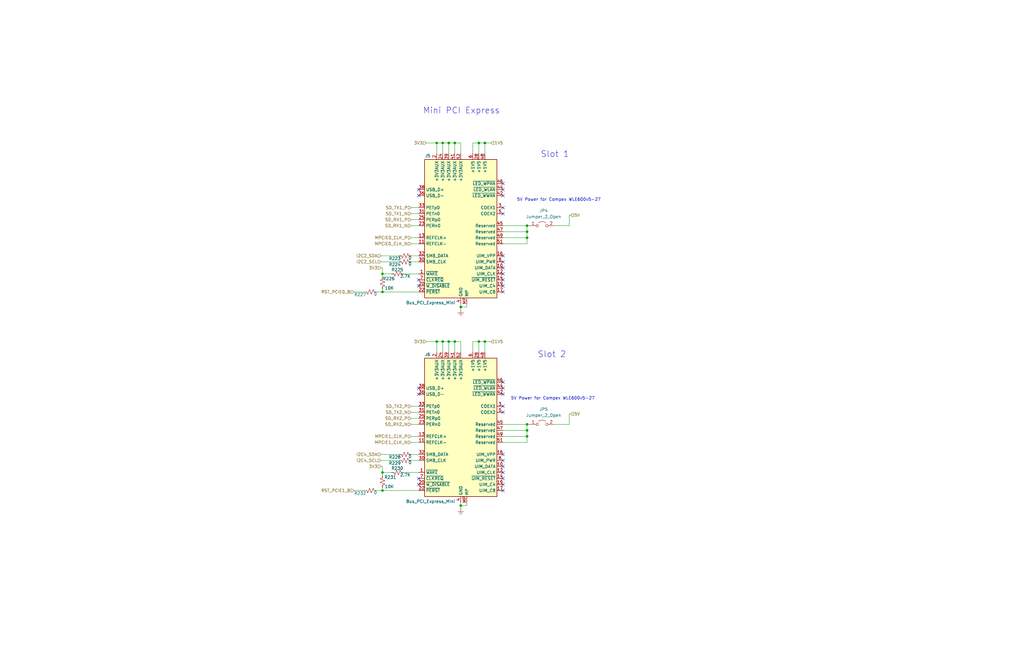
<source format=kicad_sch>
(kicad_sch (version 20201015) (generator eeschema)
  (page 1 12)
  (paper "USLedger")
  (title_block (title "AP2100") (date "2020-10-06") (rev "1") (company "ISis ImageStream Internet Solutions, Inc."))
  (lib_symbols
    (symbol "AP2100-rescue:GND-Scott" (power) (pin_names (offset 0))
      (property "Value" "GND-Scott" (at 0 -3.81 0))
      (symbol "GND-Scott_1_1"
        (polyline (pts (xy -0.635 -1.905) (xy 0.635 -1.905)))
        (polyline (pts (xy -0.127 -2.54) (xy 0.127 -2.54)))
        (polyline (pts (xy 0 -1.27) (xy 0 0)))
        (polyline (pts (xy 1.27 -1.27) (xy -1.27 -1.27)))
        (pin power_in line (at 0 0 270) (length 0) hide (name "GND") (number "1"))
      )
    )
    (symbol "Connector:Bus_PCI_Express_Mini"
      (property "Reference" "J" (at -16.51 31.75 0))
      (property "Value" "Bus_PCI_Express_Mini" (at 22.86 31.75 0))
      (symbol "Bus_PCI_Express_Mini_0_1"
        (rectangle (start -15.24 30.48) (end 15.24 -27.94) (stroke (width 0.254)) (fill (type background)))
      )
      (symbol "Bus_PCI_Express_Mini_1_1"
        (pin open_collector line (at -17.78 -17.78 0) (length 2.54) (name "~WAKE") (number "1"))
        (pin bidirectional line (at 17.78 -15.24 180) (length 2.54) (name "UIM_DATA") (number "10"))
        (pin input line (at -17.78 -5.08 0) (length 2.54) (name "REFCLK-") (number "11"))
        (pin output line (at 17.78 -17.78 180) (length 2.54) (name "UIM_CLK") (number "12"))
        (pin input line (at -17.78 -2.54 0) (length 2.54) (name "REFCLK+") (number "13"))
        (pin output line (at 17.78 -20.32 180) (length 2.54) (name "~UIM_RESET") (number "14"))
        (pin passive line (at 0 -30.48 90) (length 2.54) hide (name "GND") (number "15"))
        (pin power_out line (at 17.78 -10.16 180) (length 2.54) (name "UIM_VPP") (number "16"))
        (pin passive line (at 17.78 -25.4 180) (length 2.54) (name "UIM_C8") (number "17"))
        (pin passive line (at 0 -30.48 90) (length 2.54) hide (name "GND") (number "18"))
        (pin passive line (at 17.78 -22.86 180) (length 2.54) (name "UIM_C4") (number "19"))
        (pin power_in line (at -10.16 33.02 270) (length 2.54) (name "+3V3AUX") (number "2"))
        (pin input line (at -17.78 -22.86 0) (length 2.54) (name "~W_DISABLE") (number "20"))
        (pin passive line (at 0 -30.48 90) (length 2.54) hide (name "GND") (number "21"))
        (pin input line (at -17.78 -25.4 0) (length 2.54) (name "~PERST") (number "22"))
        (pin output line (at -17.78 2.54 0) (length 2.54) (name "PERn0") (number "23"))
        (pin power_in line (at -7.62 33.02 270) (length 2.54) (name "+3V3AUX") (number "24"))
        (pin output line (at -17.78 5.08 0) (length 2.54) (name "PERp0") (number "25"))
        (pin passive line (at 0 -30.48 90) (length 2.54) hide (name "GND") (number "26"))
        (pin passive line (at 0 -30.48 90) (length 2.54) hide (name "GND") (number "27"))
        (pin power_in line (at 7.62 33.02 270) (length 2.54) (name "+1V5") (number "28"))
        (pin passive line (at 0 -30.48 90) (length 2.54) hide (name "GND") (number "29"))
        (pin passive line (at 17.78 10.16 180) (length 2.54) (name "COEX1") (number "3"))
        (pin input line (at -17.78 -12.7 0) (length 2.54) (name "SMB_CLK") (number "30"))
        (pin input line (at -17.78 7.62 0) (length 2.54) (name "PETn0") (number "31"))
        (pin bidirectional line (at -17.78 -10.16 0) (length 2.54) (name "SMB_DATA") (number "32"))
        (pin input line (at -17.78 10.16 0) (length 2.54) (name "PETp0") (number "33"))
        (pin passive line (at 0 -30.48 90) (length 2.54) hide (name "GND") (number "34"))
        (pin passive line (at 0 -30.48 90) (length 2.54) hide (name "GND") (number "35"))
        (pin bidirectional line (at -17.78 15.24 0) (length 2.54) (name "USB_D-") (number "36"))
        (pin passive line (at 0 -30.48 90) (length 2.54) hide (name "GND") (number "37"))
        (pin bidirectional line (at -17.78 17.78 0) (length 2.54) (name "USB_D+") (number "38"))
        (pin power_in line (at -5.08 33.02 270) (length 2.54) (name "+3V3AUX") (number "39"))
        (pin power_in line (at 0 -30.48 90) (length 2.54) (name "GND") (number "4"))
        (pin passive line (at 0 -30.48 90) (length 2.54) hide (name "GND") (number "40"))
        (pin power_in line (at -2.54 33.02 270) (length 2.54) (name "+3V3AUX") (number "41"))
        (pin open_collector line (at 17.78 15.24 180) (length 2.54) (name "~LED_WWAN") (number "42"))
        (pin passive line (at 0 -30.48 90) (length 2.54) hide (name "GND") (number "43"))
        (pin open_collector line (at 17.78 17.78 180) (length 2.54) (name "~LED_WLAN") (number "44"))
        (pin passive line (at 17.78 2.54 180) (length 2.54) (name "Reserved") (number "45"))
        (pin open_collector line (at 17.78 20.32 180) (length 2.54) (name "~LED_WPAN") (number "46"))
        (pin passive line (at 17.78 0 180) (length 2.54) (name "Reserved") (number "47"))
        (pin power_in line (at 10.16 33.02 270) (length 2.54) (name "+1V5") (number "48"))
        (pin passive line (at 17.78 -2.54 180) (length 2.54) (name "Reserved") (number "49"))
        (pin passive line (at 17.78 7.62 180) (length 2.54) (name "COEX2") (number "5"))
        (pin passive line (at 0 -30.48 90) (length 2.54) hide (name "GND") (number "50"))
        (pin passive line (at 17.78 -5.08 180) (length 2.54) (name "Reserved") (number "51"))
        (pin power_in line (at 0 33.02 270) (length 2.54) (name "+3V3AUX") (number "52"))
        (pin power_in line (at 5.08 33.02 270) (length 2.54) (name "+1V5") (number "6"))
        (pin open_collector line (at -17.78 -20.32 0) (length 2.54) (name "~CLKREQ") (number "7"))
        (pin power_out line (at 17.78 -12.7 180) (length 2.54) (name "UIM_PWR") (number "8"))
        (pin passive line (at 0 -30.48 90) (length 2.54) hide (name "GND") (number "9"))
        (pin passive line (at 2.54 -30.48 90) (length 2.54) (name "MP") (number "MP"))
      )
    )
    (symbol "Device:R_Small_US" (pin_numbers hide) (pin_names (offset 0.254) hide)
      (property "Reference" "R" (at 0.762 0.508 0))
      (property "Value" "R_Small_US" (at 0.762 -1.016 0))
      (symbol "R_Small_US_1_1"
        (polyline (pts (xy 0 0) (xy 1.016 -0.381) (xy 0 -0.762) (xy -1.016 -1.143) (xy 0 -1.524)))
        (polyline (pts (xy 0 1.524) (xy 1.016 1.143) (xy 0 0.762) (xy -1.016 0.381) (xy 0 0)))
        (pin passive line (at 0 2.54 270) (length 1.016) (name "~") (number "1"))
        (pin passive line (at 0 -2.54 90) (length 1.016) (name "~") (number "2"))
      )
    )
    (symbol "Jumper:Jumper_2_Open" (pin_names (offset 0) hide)
      (property "Reference" "JP" (at 0 2.794 0))
      (property "Value" "Jumper_2_Open" (at 0 -2.286 0))
      (symbol "Jumper_2_Open_0_1"
        (arc (start -1.524 1.27) (end 1.524 1.27) (radius (at 0 -0.762) (length 2.54) (angles 126.9 53.1)))
      )
      (symbol "Jumper_2_Open_0_0"
        (circle (center -2.032 0) (radius 0.508))
        (circle (center 2.032 0) (radius 0.508))
      )
      (symbol "Jumper_2_Open_1_1"
        (pin passive line (at -5.08 0 0) (length 2.54) (name "A") (number "1"))
        (pin passive line (at 5.08 0 180) (length 2.54) (name "B") (number "2"))
      )
    )
  )
  (junction (at 161.29 115.57) (diameter 0.9144))
  (junction (at 161.29 123.19) (diameter 0.9144))
  (junction (at 161.29 199.39) (diameter 0.9144))
  (junction (at 161.29 207.01) (diameter 0.9144))
  (junction (at 184.15 60.325) (diameter 0.9144))
  (junction (at 184.15 144.145) (diameter 0.9144))
  (junction (at 186.69 60.325) (diameter 0.9144))
  (junction (at 186.69 144.145) (diameter 0.9144))
  (junction (at 189.23 60.325) (diameter 0.9144))
  (junction (at 189.23 144.145) (diameter 0.9144))
  (junction (at 191.77 60.325) (diameter 0.9144))
  (junction (at 191.77 144.145) (diameter 0.9144))
  (junction (at 194.31 129.54) (diameter 0.9144))
  (junction (at 194.31 213.36) (diameter 0.9144))
  (junction (at 201.93 60.325) (diameter 0.9144))
  (junction (at 201.93 144.145) (diameter 0.9144))
  (junction (at 204.47 60.325) (diameter 0.9144))
  (junction (at 204.47 144.145) (diameter 0.9144))
  (junction (at 222.25 95.25) (diameter 0.9144))
  (junction (at 222.25 97.79) (diameter 0.9144))
  (junction (at 222.25 100.33) (diameter 0.9144))
  (junction (at 222.25 179.07) (diameter 0.9144))
  (junction (at 222.25 181.61) (diameter 0.9144))
  (junction (at 222.25 184.15) (diameter 0.9144))
  (no_connect (at 176.53 201.93))
  (no_connect (at 212.09 173.99))
  (no_connect (at 176.53 163.83))
  (no_connect (at 212.09 199.39))
  (no_connect (at 212.09 82.55))
  (no_connect (at 212.09 77.47))
  (no_connect (at 212.09 171.45))
  (no_connect (at 212.09 107.95))
  (no_connect (at 212.09 191.77))
  (no_connect (at 212.09 163.83))
  (no_connect (at 176.53 204.47))
  (no_connect (at 212.09 90.17))
  (no_connect (at 212.09 207.01))
  (no_connect (at 212.09 161.29))
  (no_connect (at 212.09 87.63))
  (no_connect (at 176.53 80.01))
  (no_connect (at 212.09 115.57))
  (no_connect (at 212.09 194.31))
  (no_connect (at 176.53 118.11))
  (no_connect (at 212.09 204.47))
  (no_connect (at 176.53 166.37))
  (no_connect (at 212.09 196.85))
  (no_connect (at 212.09 201.93))
  (no_connect (at 176.53 120.65))
  (no_connect (at 212.09 110.49))
  (no_connect (at 212.09 123.19))
  (no_connect (at 212.09 113.03))
  (no_connect (at 212.09 80.01))
  (no_connect (at 212.09 166.37))
  (no_connect (at 212.09 120.65))
  (no_connect (at 212.09 118.11))
  (no_connect (at 176.53 82.55))
  (wire (pts (xy 149.225 123.19) (xy 153.67 123.19)))
  (wire (pts (xy 149.225 207.01) (xy 153.67 207.01)))
  (wire (pts (xy 158.75 123.19) (xy 161.29 123.19)))
  (wire (pts (xy 158.75 207.01) (xy 161.29 207.01)))
  (wire (pts (xy 160.655 107.95) (xy 168.275 107.95)))
  (wire (pts (xy 160.655 110.49) (xy 168.275 110.49)))
  (wire (pts (xy 160.655 113.03) (xy 161.29 113.03)))
  (wire (pts (xy 160.655 191.77) (xy 168.275 191.77)))
  (wire (pts (xy 160.655 194.31) (xy 168.275 194.31)))
  (wire (pts (xy 160.655 196.85) (xy 161.29 196.85)))
  (wire (pts (xy 161.29 113.03) (xy 161.29 115.57)))
  (wire (pts (xy 161.29 115.57) (xy 161.29 116.84)))
  (wire (pts (xy 161.29 121.92) (xy 161.29 123.19)))
  (wire (pts (xy 161.29 123.19) (xy 176.53 123.19)))
  (wire (pts (xy 161.29 196.85) (xy 161.29 199.39)))
  (wire (pts (xy 161.29 199.39) (xy 161.29 200.66)))
  (wire (pts (xy 161.29 205.74) (xy 161.29 207.01)))
  (wire (pts (xy 161.29 207.01) (xy 176.53 207.01)))
  (wire (pts (xy 165.1 115.57) (xy 161.29 115.57)))
  (wire (pts (xy 165.1 199.39) (xy 161.29 199.39)))
  (wire (pts (xy 170.18 115.57) (xy 176.53 115.57)))
  (wire (pts (xy 170.18 199.39) (xy 176.53 199.39)))
  (wire (pts (xy 173.355 87.63) (xy 176.53 87.63)))
  (wire (pts (xy 173.355 90.17) (xy 176.53 90.17)))
  (wire (pts (xy 173.355 92.71) (xy 176.53 92.71)))
  (wire (pts (xy 173.355 95.25) (xy 176.53 95.25)))
  (wire (pts (xy 173.355 100.33) (xy 176.53 100.33)))
  (wire (pts (xy 173.355 102.87) (xy 176.53 102.87)))
  (wire (pts (xy 173.355 171.45) (xy 176.53 171.45)))
  (wire (pts (xy 173.355 173.99) (xy 176.53 173.99)))
  (wire (pts (xy 173.355 176.53) (xy 176.53 176.53)))
  (wire (pts (xy 173.355 179.07) (xy 176.53 179.07)))
  (wire (pts (xy 173.355 184.15) (xy 176.53 184.15)))
  (wire (pts (xy 173.355 186.69) (xy 176.53 186.69)))
  (wire (pts (xy 176.53 107.95) (xy 173.355 107.95)))
  (wire (pts (xy 176.53 110.49) (xy 173.355 110.49)))
  (wire (pts (xy 176.53 191.77) (xy 173.355 191.77)))
  (wire (pts (xy 176.53 194.31) (xy 173.355 194.31)))
  (wire (pts (xy 179.705 60.325) (xy 184.15 60.325)))
  (wire (pts (xy 179.705 144.145) (xy 184.15 144.145)))
  (wire (pts (xy 184.15 60.325) (xy 184.15 64.77)))
  (wire (pts (xy 184.15 144.145) (xy 184.15 148.59)))
  (wire (pts (xy 186.69 60.325) (xy 184.15 60.325)))
  (wire (pts (xy 186.69 60.325) (xy 189.23 60.325)))
  (wire (pts (xy 186.69 64.77) (xy 186.69 60.325)))
  (wire (pts (xy 186.69 144.145) (xy 184.15 144.145)))
  (wire (pts (xy 186.69 144.145) (xy 189.23 144.145)))
  (wire (pts (xy 186.69 148.59) (xy 186.69 144.145)))
  (wire (pts (xy 189.23 60.325) (xy 189.23 64.77)))
  (wire (pts (xy 189.23 60.325) (xy 191.77 60.325)))
  (wire (pts (xy 189.23 144.145) (xy 189.23 148.59)))
  (wire (pts (xy 189.23 144.145) (xy 191.77 144.145)))
  (wire (pts (xy 191.77 60.325) (xy 191.77 64.77)))
  (wire (pts (xy 191.77 60.325) (xy 194.31 60.325)))
  (wire (pts (xy 191.77 144.145) (xy 191.77 148.59)))
  (wire (pts (xy 191.77 144.145) (xy 194.31 144.145)))
  (wire (pts (xy 194.31 60.325) (xy 194.31 64.77)))
  (wire (pts (xy 194.31 128.27) (xy 194.31 129.54)))
  (wire (pts (xy 194.31 129.54) (xy 194.31 130.81)))
  (wire (pts (xy 194.31 144.145) (xy 194.31 148.59)))
  (wire (pts (xy 194.31 212.09) (xy 194.31 213.36)))
  (wire (pts (xy 194.31 213.36) (xy 194.31 214.63)))
  (wire (pts (xy 196.85 128.27) (xy 196.85 129.54)))
  (wire (pts (xy 196.85 129.54) (xy 194.31 129.54)))
  (wire (pts (xy 196.85 212.09) (xy 196.85 213.36)))
  (wire (pts (xy 196.85 213.36) (xy 194.31 213.36)))
  (wire (pts (xy 199.39 60.325) (xy 201.93 60.325)))
  (wire (pts (xy 199.39 64.77) (xy 199.39 60.325)))
  (wire (pts (xy 199.39 144.145) (xy 201.93 144.145)))
  (wire (pts (xy 199.39 148.59) (xy 199.39 144.145)))
  (wire (pts (xy 201.93 60.325) (xy 204.47 60.325)))
  (wire (pts (xy 201.93 64.77) (xy 201.93 60.325)))
  (wire (pts (xy 201.93 144.145) (xy 204.47 144.145)))
  (wire (pts (xy 201.93 148.59) (xy 201.93 144.145)))
  (wire (pts (xy 204.47 60.325) (xy 204.47 64.77)))
  (wire (pts (xy 204.47 144.145) (xy 204.47 148.59)))
  (wire (pts (xy 207.01 60.325) (xy 204.47 60.325)))
  (wire (pts (xy 207.01 144.145) (xy 204.47 144.145)))
  (wire (pts (xy 212.09 95.25) (xy 222.25 95.25)))
  (wire (pts (xy 212.09 97.79) (xy 222.25 97.79)))
  (wire (pts (xy 212.09 102.87) (xy 222.25 102.87)))
  (wire (pts (xy 212.09 179.07) (xy 222.25 179.07)))
  (wire (pts (xy 212.09 181.61) (xy 222.25 181.61)))
  (wire (pts (xy 212.09 186.69) (xy 222.25 186.69)))
  (wire (pts (xy 222.25 95.25) (xy 223.52 95.25)))
  (wire (pts (xy 222.25 97.79) (xy 222.25 95.25)))
  (wire (pts (xy 222.25 97.79) (xy 222.25 100.33)))
  (wire (pts (xy 222.25 100.33) (xy 212.09 100.33)))
  (wire (pts (xy 222.25 102.87) (xy 222.25 100.33)))
  (wire (pts (xy 222.25 179.07) (xy 223.52 179.07)))
  (wire (pts (xy 222.25 181.61) (xy 222.25 179.07)))
  (wire (pts (xy 222.25 181.61) (xy 222.25 184.15)))
  (wire (pts (xy 222.25 184.15) (xy 212.09 184.15)))
  (wire (pts (xy 222.25 186.69) (xy 222.25 184.15)))
  (wire (pts (xy 233.68 95.25) (xy 240.03 95.25)))
  (wire (pts (xy 233.68 179.07) (xy 240.03 179.07)))
  (wire (pts (xy 240.03 90.805) (xy 240.03 95.25)))
  (wire (pts (xy 240.03 90.805) (xy 240.665 90.805)))
  (wire (pts (xy 240.03 174.625) (xy 240.03 179.07)))
  (wire (pts (xy 240.03 174.625) (xy 240.665 174.625)))
  (text "Mini PCI Express" (at 210.82 48.26 180) (effects (font (size 2.54 2.54)) (justify right bottom)))
  (text "Slot 2" (at 238.76 151.13 180) (effects (font (size 2.54 2.54)) (justify right bottom)))
  (text "Slot 1" (at 240.03 66.675 180) (effects (font (size 2.54 2.54)) (justify right bottom)))
  (text "5V Power for Compex WLE600v5-27" (at 250.825 168.91 180) (effects (font (size 1.27 1.27)) (justify right bottom)))
  (text "5V Power for Compex WLE600v5-27" (at 253.365 85.09 180) (effects (font (size 1.27 1.27)) (justify right bottom)))
  (hierarchical_label "RST_PCIE0_B" (shape input) (at 149.225 123.19 180))
  (hierarchical_label "RST_PCIE1_B" (shape input) (at 149.225 207.01 180))
  (hierarchical_label "I2C2_SDA" (shape input) (at 160.655 107.95 180))
  (hierarchical_label "I2C2_SCL" (shape input) (at 160.655 110.49 180))
  (hierarchical_label "3V3" (shape input) (at 160.655 113.03 180))
  (hierarchical_label "I2C4_SDA" (shape input) (at 160.655 191.77 180))
  (hierarchical_label "I2C4_SCL" (shape input) (at 160.655 194.31 180))
  (hierarchical_label "3V3" (shape input) (at 160.655 196.85 180))
  (hierarchical_label "SD_TX1_P" (shape input) (at 173.355 87.63 180))
  (hierarchical_label "SD_TX1_N" (shape input) (at 173.355 90.17 180))
  (hierarchical_label "SD_RX1_P" (shape input) (at 173.355 92.71 180))
  (hierarchical_label "SD_RX1_N" (shape input) (at 173.355 95.25 180))
  (hierarchical_label "MPCIE0_CLK_P" (shape input) (at 173.355 100.33 180))
  (hierarchical_label "MPCIE0_CLK_N" (shape input) (at 173.355 102.87 180))
  (hierarchical_label "SD_TX2_P" (shape input) (at 173.355 171.45 180))
  (hierarchical_label "SD_TX2_N" (shape input) (at 173.355 173.99 180))
  (hierarchical_label "SD_RX2_P" (shape input) (at 173.355 176.53 180))
  (hierarchical_label "SD_RX2_N" (shape input) (at 173.355 179.07 180))
  (hierarchical_label "MPCIE1_CLK_P" (shape input) (at 173.355 184.15 180))
  (hierarchical_label "MPCIE1_CLK_N" (shape input) (at 173.355 186.69 180))
  (hierarchical_label "3V3" (shape input) (at 179.705 60.325 180))
  (hierarchical_label "3V3" (shape input) (at 179.705 144.145 180))
  (hierarchical_label "1V5" (shape input) (at 207.01 60.325 0))
  (hierarchical_label "1V5" (shape input) (at 207.01 144.145 0))
  (hierarchical_label "5V" (shape input) (at 240.665 90.805 0))
  (hierarchical_label "5V" (shape input) (at 240.665 174.625 0))
  (symbol (lib_id "AP2100-rescue:GND-Scott") (at 194.31 130.81 0) (mirror y) (unit 1)
    (property "Reference" "#PWR0184" (effects hide))
    (property "Value" "GND" (effects hide))
  )
  (symbol (lib_id "AP2100-rescue:GND-Scott") (at 194.31 214.63 0) (mirror y) (unit 1)
    (property "Reference" "#PWR0185" (effects hide))
    (property "Value" "GND" (effects hide))
  )
  (symbol (lib_id "Device:R_Small_US") (at 156.21 123.19 90) (mirror x) (unit 1)
    (property "Reference" "R227" (at 154.432 124.333 90) (effects (justify left)))
    (property "Value" "0" (at 159.004 124.079 90) (effects (justify left)))
    (property "Footprint" "Resistor_SMD:R_0402_1005Metric" (effects hide))
    (property "PartsBoxID" "0402-0R-1%" (effects hide))
  )
  (symbol (lib_id "Device:R_Small_US") (at 156.21 207.01 90) (mirror x) (unit 1)
    (property "Reference" "R232" (at 154.432 208.153 90) (effects (justify left)))
    (property "Value" "0" (at 159.004 207.899 90) (effects (justify left)))
    (property "Footprint" "Resistor_SMD:R_0402_1005Metric" (effects hide))
    (property "PartsBoxID" "0402-0R-1%" (effects hide))
  )
  (symbol (lib_id "Device:R_Small_US") (at 161.29 119.38 0) (mirror y) (unit 1)
    (property "Reference" "R226" (at 166.497 117.602 0) (effects (justify left)))
    (property "Value" "10K" (at 166.116 121.539 0) (effects (justify left)))
    (property "Footprint" "Resistor_SMD:R_0402_1005Metric" (effects hide))
    (property "PartsBoxID" "0402-10K-1%" (effects hide))
  )
  (symbol (lib_id "Device:R_Small_US") (at 161.29 203.2 0) (mirror y) (unit 1)
    (property "Reference" "R231" (at 167.132 201.422 0) (effects (justify left)))
    (property "Value" "10K" (at 166.116 205.359 0) (effects (justify left)))
    (property "Footprint" "Resistor_SMD:R_0402_1005Metric" (effects hide))
    (property "PartsBoxID" "0402-10K-1%" (effects hide))
  )
  (symbol (lib_id "Device:R_Small_US") (at 167.64 115.57 270) (mirror x) (unit 1)
    (property "Reference" "R225" (at 164.973 113.792 90) (effects (justify left)))
    (property "Value" "2.7K" (at 168.656 116.586 90) (effects (justify left)))
    (property "Footprint" "Resistor_SMD:R_0402_1005Metric" (effects hide))
    (property "PartsBoxID" "0402-2.7K-1%" (effects hide))
  )
  (symbol (lib_id "Device:R_Small_US") (at 167.64 199.39 270) (mirror x) (unit 1)
    (property "Reference" "R230" (at 164.973 197.612 90) (effects (justify left)))
    (property "Value" "2.7K" (at 168.656 200.406 90) (effects (justify left)))
    (property "Footprint" "Resistor_SMD:R_0402_1005Metric" (effects hide))
    (property "PartsBoxID" "0402-2.7K-1%" (effects hide))
  )
  (symbol (lib_id "Device:R_Small_US") (at 170.815 107.95 90) (mirror x) (unit 1)
    (property "Reference" "R223" (at 169.037 109.093 90) (effects (justify left)))
    (property "Value" "0" (at 173.609 108.839 90) (effects (justify left)))
    (property "Footprint" "Resistor_SMD:R_0402_1005Metric" (effects hide))
    (property "PartsBoxID" "0402-0R-1%" (effects hide))
  )
  (symbol (lib_id "Device:R_Small_US") (at 170.815 110.49 90) (mirror x) (unit 1)
    (property "Reference" "R224" (at 169.037 111.633 90) (effects (justify left)))
    (property "Value" "0" (at 173.609 111.379 90) (effects (justify left)))
    (property "Footprint" "Resistor_SMD:R_0402_1005Metric" (effects hide))
    (property "PartsBoxID" "0402-0R-1%" (effects hide))
  )
  (symbol (lib_id "Device:R_Small_US") (at 170.815 191.77 90) (mirror x) (unit 1)
    (property "Reference" "R228" (at 169.037 192.913 90) (effects (justify left)))
    (property "Value" "0" (at 173.609 192.659 90) (effects (justify left)))
    (property "Footprint" "Resistor_SMD:R_0402_1005Metric" (effects hide))
    (property "PartsBoxID" "0402-0R-1%" (effects hide))
  )
  (symbol (lib_id "Device:R_Small_US") (at 170.815 194.31 90) (mirror x) (unit 1)
    (property "Reference" "R229" (at 169.037 195.453 90) (effects (justify left)))
    (property "Value" "0" (at 173.609 195.199 90) (effects (justify left)))
    (property "Footprint" "Resistor_SMD:R_0402_1005Metric" (effects hide))
    (property "PartsBoxID" "0402-0R-1%" (effects hide))
  )
  (symbol (lib_id "Jumper:Jumper_2_Open") (at 228.6 95.25 0) (unit 1)
    (property "Reference" "JP4" (at 229.235 88.9 0))
    (property "Value" "Jumper_2_Open" (at 229.235 91.44 0))
    (property "Footprint" "Connector_PinHeader_2.54mm:PinHeader_1x02_P2.54mm_Vertical" (effects hide))
  )
  (symbol (lib_id "Jumper:Jumper_2_Open") (at 228.6 179.07 0) (unit 1)
    (property "Reference" "JP5" (at 229.235 172.72 0))
    (property "Value" "Jumper_2_Open" (at 229.235 175.26 0))
    (property "Footprint" "Connector_PinHeader_2.54mm:PinHeader_1x02_P2.54mm_Vertical" (effects hide))
  )
  (symbol (lib_id "Connector:Bus_PCI_Express_Mini") (at 194.31 97.79 0) (unit 1)
    (property "Reference" "J5" (at 180.34 65.7606 0))
    (property "Value" "Bus_PCI_Express_Mini" (at 181.61 127.762 0))
    (property "Footprint" "Scott:BUS_PCI_Express_Mini_Full" (effects hide))
    (property "MFR" "-" (effects hide))
    (property "MPN" "-" (effects hide))
    (property "SPR" "-" (effects hide))
    (property "SPN" "-" (effects hide))
    (property "SPURL" "-" (effects hide))
    (property "PartsBoxID" "1775838-2" (effects hide))
  )
  (symbol (lib_id "Connector:Bus_PCI_Express_Mini") (at 194.31 181.61 0) (unit 1)
    (property "Reference" "J6" (at 180.34 149.5806 0))
    (property "Value" "Bus_PCI_Express_Mini" (at 181.61 211.582 0))
    (property "Footprint" "Scott:BUS_PCI_Express_Mini_Full" (effects hide))
    (property "MFR" "-" (effects hide))
    (property "MPN" "-" (effects hide))
    (property "SPR" "-" (effects hide))
    (property "SPN" "-" (effects hide))
    (property "SPURL" "-" (effects hide))
    (property "PartsBoxID" "1775838-2" (effects hide))
  )
)
</source>
